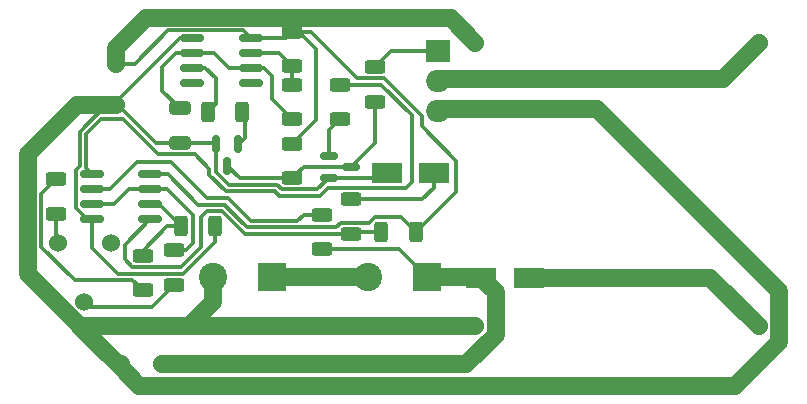
<source format=gbr>
%TF.GenerationSoftware,KiCad,Pcbnew,(6.0.4)*%
%TF.CreationDate,2022-08-11T19:05:10-04:00*%
%TF.ProjectId,flyback_2,666c7962-6163-46b5-9f32-2e6b69636164,rev?*%
%TF.SameCoordinates,Original*%
%TF.FileFunction,Copper,L1,Top*%
%TF.FilePolarity,Positive*%
%FSLAX46Y46*%
G04 Gerber Fmt 4.6, Leading zero omitted, Abs format (unit mm)*
G04 Created by KiCad (PCBNEW (6.0.4)) date 2022-08-11 19:05:10*
%MOMM*%
%LPD*%
G01*
G04 APERTURE LIST*
G04 Aperture macros list*
%AMRoundRect*
0 Rectangle with rounded corners*
0 $1 Rounding radius*
0 $2 $3 $4 $5 $6 $7 $8 $9 X,Y pos of 4 corners*
0 Add a 4 corners polygon primitive as box body*
4,1,4,$2,$3,$4,$5,$6,$7,$8,$9,$2,$3,0*
0 Add four circle primitives for the rounded corners*
1,1,$1+$1,$2,$3*
1,1,$1+$1,$4,$5*
1,1,$1+$1,$6,$7*
1,1,$1+$1,$8,$9*
0 Add four rect primitives between the rounded corners*
20,1,$1+$1,$2,$3,$4,$5,0*
20,1,$1+$1,$4,$5,$6,$7,0*
20,1,$1+$1,$6,$7,$8,$9,0*
20,1,$1+$1,$8,$9,$2,$3,0*%
G04 Aperture macros list end*
%TA.AperFunction,SMDPad,CuDef*%
%ADD10RoundRect,0.150000X-0.825000X-0.150000X0.825000X-0.150000X0.825000X0.150000X-0.825000X0.150000X0*%
%TD*%
%TA.AperFunction,SMDPad,CuDef*%
%ADD11RoundRect,0.250000X-0.625000X0.312500X-0.625000X-0.312500X0.625000X-0.312500X0.625000X0.312500X0*%
%TD*%
%TA.AperFunction,SMDPad,CuDef*%
%ADD12RoundRect,0.150000X-0.587500X-0.150000X0.587500X-0.150000X0.587500X0.150000X-0.587500X0.150000X0*%
%TD*%
%TA.AperFunction,SMDPad,CuDef*%
%ADD13RoundRect,0.250000X0.625000X-0.312500X0.625000X0.312500X-0.625000X0.312500X-0.625000X-0.312500X0*%
%TD*%
%TA.AperFunction,SMDPad,CuDef*%
%ADD14RoundRect,0.250000X-0.312500X-0.625000X0.312500X-0.625000X0.312500X0.625000X-0.312500X0.625000X0*%
%TD*%
%TA.AperFunction,SMDPad,CuDef*%
%ADD15RoundRect,0.150000X-0.150000X0.587500X-0.150000X-0.587500X0.150000X-0.587500X0.150000X0.587500X0*%
%TD*%
%TA.AperFunction,SMDPad,CuDef*%
%ADD16RoundRect,0.250000X0.312500X0.625000X-0.312500X0.625000X-0.312500X-0.625000X0.312500X-0.625000X0*%
%TD*%
%TA.AperFunction,SMDPad,CuDef*%
%ADD17RoundRect,0.250000X-0.650000X0.325000X-0.650000X-0.325000X0.650000X-0.325000X0.650000X0.325000X0*%
%TD*%
%TA.AperFunction,SMDPad,CuDef*%
%ADD18R,2.500000X1.800000*%
%TD*%
%TA.AperFunction,ComponentPad*%
%ADD19C,1.524000*%
%TD*%
%TA.AperFunction,ComponentPad*%
%ADD20R,2.000000X1.905000*%
%TD*%
%TA.AperFunction,ComponentPad*%
%ADD21O,2.000000X1.905000*%
%TD*%
%TA.AperFunction,ComponentPad*%
%ADD22R,2.400000X2.400000*%
%TD*%
%TA.AperFunction,ComponentPad*%
%ADD23C,2.400000*%
%TD*%
%TA.AperFunction,Conductor*%
%ADD24C,0.350000*%
%TD*%
%TA.AperFunction,Conductor*%
%ADD25C,1.500000*%
%TD*%
G04 APERTURE END LIST*
D10*
%TO.P,U1,1,GND*%
%TO.N,GND*%
X93525000Y-88595000D03*
%TO.P,U1,2,TR*%
%TO.N,Net-(C1-Pad1)*%
X93525000Y-89865000D03*
%TO.P,U1,3,Q*%
%TO.N,Net-(R3-Pad1)*%
X93525000Y-91135000D03*
%TO.P,U1,4,R*%
%TO.N,unconnected-(U1-Pad4)*%
X93525000Y-92405000D03*
%TO.P,U1,5,CV*%
%TO.N,unconnected-(U1-Pad5)*%
X98475000Y-92405000D03*
%TO.P,U1,6,THR*%
%TO.N,Net-(C1-Pad1)*%
X98475000Y-91135000D03*
%TO.P,U1,7,DIS*%
%TO.N,Net-(R1-Pad2)*%
X98475000Y-89865000D03*
%TO.P,U1,8,VCC*%
%TO.N,VCC*%
X98475000Y-88595000D03*
%TD*%
D11*
%TO.P,R2,1*%
%TO.N,Net-(R1-Pad2)*%
X102000000Y-92537500D03*
%TO.P,R2,2*%
%TO.N,Net-(C1-Pad1)*%
X102000000Y-95462500D03*
%TD*%
D12*
%TO.P,Q2,1,B*%
%TO.N,Net-(R8-Pad1)*%
X105062500Y-98550000D03*
%TO.P,Q2,2,E*%
%TO.N,GND*%
X105062500Y-100450000D03*
%TO.P,Q2,3,C*%
%TO.N,Net-(Q1-Pad3)*%
X106937500Y-99500000D03*
%TD*%
D11*
%TO.P,R1,1*%
%TO.N,VCC*%
X102000000Y-88037500D03*
%TO.P,R1,2*%
%TO.N,Net-(R1-Pad2)*%
X102000000Y-90962500D03*
%TD*%
D13*
%TO.P,R4,1*%
%TO.N,Net-(Q1-Pad3)*%
X102000000Y-100462500D03*
%TO.P,R4,2*%
%TO.N,VCC*%
X102000000Y-97537500D03*
%TD*%
D14*
%TO.P,R7,1*%
%TO.N,Net-(R7-Pad1)*%
X109537500Y-105000000D03*
%TO.P,R7,2*%
%TO.N,VCC*%
X112462500Y-105000000D03*
%TD*%
D13*
%TO.P,J1,1*%
%TO.N,V_FEEDBACK*%
X104500000Y-106462500D03*
%TO.P,J1,2*%
X104500000Y-103537500D03*
%TD*%
%TO.P,J1,1*%
%TO.N,Net-(Q1-Pad3)*%
X109000000Y-93962500D03*
%TO.P,J1,2*%
X109000000Y-91037500D03*
%TD*%
D15*
%TO.P,Q1,1,B*%
%TO.N,Net-(R3-Pad2)*%
X97435877Y-97538690D03*
%TO.P,Q1,2,E*%
%TO.N,GND*%
X95535877Y-97538690D03*
%TO.P,Q1,3,C*%
%TO.N,Net-(Q1-Pad3)*%
X96485877Y-99413690D03*
%TD*%
D16*
%TO.P,R6,1*%
%TO.N,GND*%
X95462500Y-104500000D03*
%TO.P,R6,2*%
%TO.N,Net-(R5-Pad2)*%
X92537500Y-104500000D03*
%TD*%
D13*
%TO.P,J1,1*%
%TO.N,Net-(R5-Pad2)*%
X89329059Y-109943208D03*
%TO.P,J1,2*%
X89329059Y-107018208D03*
%TD*%
D17*
%TO.P,C1,1*%
%TO.N,Net-(C1-Pad1)*%
X92500000Y-94525000D03*
%TO.P,C1,2*%
%TO.N,GND*%
X92500000Y-97475000D03*
%TD*%
D13*
%TO.P,J1,1*%
%TO.N,Net-(RV1-Pad2)*%
X91949446Y-109462500D03*
%TO.P,J1,2*%
X91949446Y-106537500D03*
%TD*%
D10*
%TO.P,U2,1*%
%TO.N,Net-(U2-Pad1)*%
X85025000Y-100095000D03*
%TO.P,U2,2,-*%
%TO.N,V_FEEDBACK*%
X85025000Y-101365000D03*
%TO.P,U2,3,+*%
%TO.N,Net-(RV1-Pad2)*%
X85025000Y-102635000D03*
%TO.P,U2,4,V-*%
%TO.N,GND*%
X85025000Y-103905000D03*
%TO.P,U2,5,+*%
%TO.N,Net-(R7-Pad1)*%
X89975000Y-103905000D03*
%TO.P,U2,6,-*%
%TO.N,Net-(R5-Pad2)*%
X89975000Y-102635000D03*
%TO.P,U2,7*%
%TO.N,Net-(RV1-Pad2)*%
X89975000Y-101365000D03*
%TO.P,U2,8,V+*%
%TO.N,VCC*%
X89975000Y-100095000D03*
%TD*%
D18*
%TO.P,D2,1,K*%
%TO.N,GND*%
X110000000Y-100000000D03*
%TO.P,D2,2,A*%
%TO.N,Net-(R7-Pad1)*%
X114000000Y-100000000D03*
%TD*%
D13*
%TO.P,R8,1*%
%TO.N,Net-(R8-Pad1)*%
X106000000Y-95462500D03*
%TO.P,R8,2*%
%TO.N,Net-(U2-Pad1)*%
X106000000Y-92537500D03*
%TD*%
D18*
%TO.P,D1,1,K*%
%TO.N,V_FEEDBACK*%
X118011721Y-108883516D03*
%TO.P,D1,2,A*%
%TO.N,Net-(T1-Pad4)*%
X122011721Y-108883516D03*
%TD*%
D13*
%TO.P,J1,1*%
%TO.N,Net-(R7-Pad1)*%
X106985501Y-105167765D03*
%TO.P,J1,2*%
X106985501Y-102242765D03*
%TD*%
D14*
%TO.P,R3,1*%
%TO.N,Net-(R3-Pad1)*%
X94829945Y-94804654D03*
%TO.P,R3,2*%
%TO.N,Net-(R3-Pad2)*%
X97754945Y-94804654D03*
%TD*%
D13*
%TO.P,R5,1*%
%TO.N,Net-(R5-Pad1)*%
X82000000Y-103462500D03*
%TO.P,R5,2*%
%TO.N,Net-(R5-Pad2)*%
X82000000Y-100537500D03*
%TD*%
D19*
%TO.P,RV1,1,1*%
%TO.N,Net-(R5-Pad1)*%
X82121244Y-105908241D03*
%TO.P,RV1,2,2*%
%TO.N,N/C*%
X86621244Y-105908241D03*
%TO.P,RV1,3,3*%
%TO.N,Net-(RV1-Pad2)*%
X84371244Y-110908241D03*
%TD*%
%TO.P,J2,1,Pin_1*%
%TO.N,V_FEEDBACK*%
X90961675Y-116216895D03*
%TO.P,J2,2,Pin_2*%
%TO.N,GND*%
X87461675Y-116216895D03*
%TD*%
D20*
%TO.P,Q3,1,G*%
%TO.N,Net-(Q1-Pad3)*%
X114314468Y-89719597D03*
D21*
%TO.P,Q3,2,D*%
%TO.N,Net-(T1-Pad2)*%
X114314468Y-92259597D03*
%TO.P,Q3,3,S*%
%TO.N,GND*%
X114314468Y-94799597D03*
%TD*%
D19*
%TO.P,T1,1,AA*%
%TO.N,VCC*%
X117500000Y-89000000D03*
%TO.P,T1,2,AB*%
%TO.N,Net-(T1-Pad2)*%
X141500000Y-89000000D03*
%TO.P,T1,3,SA*%
%TO.N,GND*%
X117500000Y-113000000D03*
%TO.P,T1,4,SB*%
%TO.N,Net-(T1-Pad4)*%
X141500000Y-113000000D03*
%TD*%
%TO.P,J1,1,Pin_1*%
%TO.N,VCC*%
X87080000Y-90750000D03*
%TO.P,J1,2,Pin_2*%
%TO.N,GND*%
X87080000Y-94250000D03*
%TD*%
D22*
%TO.P,C2,1*%
%TO.N,Net-(C2-Pad1)*%
X100290109Y-108824725D03*
D23*
%TO.P,C2,2*%
%TO.N,GND*%
X95290109Y-108824725D03*
%TD*%
D22*
%TO.P,C3,1*%
%TO.N,V_FEEDBACK*%
X113370387Y-108835714D03*
D23*
%TO.P,C3,2*%
%TO.N,Net-(C2-Pad1)*%
X108370387Y-108835714D03*
%TD*%
D24*
%TO.N,Net-(C1-Pad1)*%
X92135000Y-89865000D02*
X93525000Y-89865000D01*
X92500000Y-94525000D02*
X91000000Y-93025000D01*
X93525000Y-89865000D02*
X95365000Y-89865000D01*
X91000000Y-93025000D02*
X91000000Y-91000000D01*
X100283734Y-91783734D02*
X99635000Y-91135000D01*
X100283734Y-93746234D02*
X100283734Y-91783734D01*
X91000000Y-91000000D02*
X92135000Y-89865000D01*
X99635000Y-91135000D02*
X98475000Y-91135000D01*
X96635000Y-91135000D02*
X98475000Y-91135000D01*
X102000000Y-95462500D02*
X100283734Y-93746234D01*
X95365000Y-89865000D02*
X96635000Y-91135000D01*
D25*
%TO.N,GND*%
X87461675Y-116420443D02*
X87461675Y-116216895D01*
X84042560Y-113000000D02*
X84042560Y-113022902D01*
X89000000Y-113000000D02*
X84042560Y-113000000D01*
X139500000Y-118000000D02*
X89041232Y-118000000D01*
D24*
X95535877Y-97538690D02*
X95472187Y-97475000D01*
D25*
X114534065Y-94580000D02*
X127830000Y-94580000D01*
X143211511Y-114288489D02*
X139500000Y-118000000D01*
D24*
X95462500Y-104500000D02*
X95462500Y-105814625D01*
X101116316Y-101399520D02*
X100728816Y-101012020D01*
D25*
X89041232Y-118000000D02*
X87461675Y-116420443D01*
D24*
X109550000Y-100450000D02*
X105062500Y-100450000D01*
X100728816Y-101012020D02*
X96604924Y-101012020D01*
X84578217Y-103905000D02*
X83675480Y-103002263D01*
D25*
X83750000Y-94250000D02*
X87080000Y-94250000D01*
X87236553Y-116216895D02*
X87461675Y-116216895D01*
D24*
X110000000Y-100000000D02*
X109550000Y-100450000D01*
D25*
X93232233Y-113000000D02*
X95290109Y-110942124D01*
D24*
X104112980Y-101399520D02*
X101116316Y-101399520D01*
D25*
X92000000Y-113000000D02*
X89000000Y-113000000D01*
X143211511Y-109961511D02*
X143211511Y-114288489D01*
D24*
X83675480Y-103002263D02*
X83675480Y-99727737D01*
X84000000Y-96500000D02*
X86250000Y-94250000D01*
X87080000Y-94250000D02*
X87250000Y-94250000D01*
D25*
X79625960Y-98374040D02*
X83750000Y-94250000D01*
D24*
X83675480Y-99727737D02*
X84000000Y-99403217D01*
X93525000Y-88595000D02*
X92491608Y-88595000D01*
X95535877Y-99942973D02*
X95535877Y-97538690D01*
D25*
X92000000Y-113000000D02*
X93232233Y-113000000D01*
X117500000Y-113000000D02*
X92000000Y-113000000D01*
D24*
X92491608Y-88595000D02*
X87080000Y-94006608D01*
D25*
X127830000Y-94580000D02*
X143211511Y-109961511D01*
D24*
X87080000Y-94006608D02*
X87080000Y-94250000D01*
D25*
X84042560Y-113000000D02*
X79625960Y-108583400D01*
D24*
X85025000Y-103905000D02*
X84578217Y-103905000D01*
X92751645Y-108525480D02*
X87230486Y-108525480D01*
D25*
X114314468Y-94799597D02*
X114534065Y-94580000D01*
D24*
X105062500Y-100450000D02*
X104112980Y-101399520D01*
X85025000Y-106319994D02*
X85025000Y-103905000D01*
X87230486Y-108525480D02*
X85025000Y-106319994D01*
X95462500Y-105814625D02*
X92751645Y-108525480D01*
X86250000Y-94250000D02*
X87080000Y-94250000D01*
X90475000Y-97475000D02*
X92500000Y-97475000D01*
X87250000Y-94250000D02*
X90475000Y-97475000D01*
D25*
X95290109Y-110942124D02*
X95290109Y-108824725D01*
X79625960Y-108583400D02*
X79625960Y-98374040D01*
X84042560Y-113022902D02*
X87236553Y-116216895D01*
D24*
X96604924Y-101012020D02*
X95535877Y-99942973D01*
X95472187Y-97475000D02*
X92500000Y-97475000D01*
X84000000Y-99403217D02*
X84000000Y-96500000D01*
D25*
%TO.N,Net-(C2-Pad1)*%
X100290109Y-108824725D02*
X108359398Y-108824725D01*
X108359398Y-108824725D02*
X108370387Y-108835714D01*
D24*
%TO.N,V_FEEDBACK*%
X88882783Y-99069230D02*
X91734827Y-99069230D01*
D25*
X119211511Y-110083306D02*
X118011721Y-108883516D01*
D24*
X86587013Y-101365000D02*
X88882783Y-99069230D01*
D25*
X117963919Y-108835714D02*
X118011721Y-108883516D01*
D24*
X85025000Y-101365000D02*
X86587013Y-101365000D01*
X102962500Y-103537500D02*
X104500000Y-103537500D01*
X94790842Y-102125245D02*
X96540181Y-102125245D01*
X113370387Y-108835714D02*
X110997173Y-106462500D01*
D25*
X119211511Y-113708932D02*
X119211511Y-110083306D01*
X113370387Y-108835714D02*
X117963919Y-108835714D01*
D24*
X96540181Y-102125245D02*
X98483661Y-104068725D01*
D25*
X90961675Y-116216895D02*
X116703548Y-116216895D01*
D24*
X110997173Y-106462500D02*
X104500000Y-106462500D01*
X91734827Y-99069230D02*
X94790842Y-102125245D01*
D25*
X116703548Y-116216895D02*
X119211511Y-113708932D01*
D24*
X98483661Y-104068725D02*
X102431275Y-104068725D01*
X102431275Y-104068725D02*
X102962500Y-103537500D01*
D25*
%TO.N,Net-(T1-Pad4)*%
X122011721Y-108883516D02*
X137383516Y-108883516D01*
X137383516Y-108883516D02*
X141500000Y-113000000D01*
D24*
%TO.N,Net-(R3-Pad2)*%
X97950000Y-94999709D02*
X97754945Y-94804654D01*
X97435877Y-97538690D02*
X97950000Y-97024567D01*
X97950000Y-97024567D02*
X97950000Y-94999709D01*
%TO.N,VCC*%
X94036303Y-102674765D02*
X96242783Y-102674765D01*
X105735981Y-104596581D02*
X106101817Y-104230745D01*
D25*
X117500000Y-89000000D02*
X115403174Y-86903174D01*
D24*
X108486051Y-104230745D02*
X108966316Y-103750480D01*
X104000000Y-95537500D02*
X104000000Y-89500000D01*
X96312563Y-102674765D02*
X98186263Y-104548465D01*
X87080000Y-90750000D02*
X88675000Y-90750000D01*
X102000000Y-97537500D02*
X104000000Y-95537500D01*
X96242783Y-102674765D02*
X98186263Y-104618245D01*
X98186263Y-104548465D02*
X98186263Y-104618245D01*
D25*
X87080000Y-89420000D02*
X87080000Y-90750000D01*
D24*
X109765119Y-91987981D02*
X112939948Y-95162810D01*
X104000000Y-89500000D02*
X102537500Y-88037500D01*
X101442500Y-88595000D02*
X98475000Y-88595000D01*
X102000000Y-88037500D02*
X101442500Y-88595000D01*
X105735981Y-104618245D02*
X105735981Y-104596581D01*
X111212980Y-103750480D02*
X112462500Y-105000000D01*
X89975000Y-100095000D02*
X91456538Y-100095000D01*
X88675000Y-90750000D02*
X91504520Y-87920480D01*
X98186263Y-104618245D02*
X105735981Y-104618245D01*
X91456538Y-100095000D02*
X94036303Y-102674765D01*
X112939948Y-95162810D02*
X112939948Y-96064680D01*
X103537500Y-88037500D02*
X107487980Y-91987980D01*
D25*
X115403174Y-86903174D02*
X89596826Y-86903174D01*
D24*
X102000000Y-88037500D02*
X103537500Y-88037500D01*
X108966316Y-103750480D02*
X111212980Y-103750480D01*
X115882838Y-99007570D02*
X115882838Y-101579662D01*
X91504520Y-87920480D02*
X97800480Y-87920480D01*
X102537500Y-88037500D02*
X102000000Y-88037500D01*
X112939948Y-96064680D02*
X115882838Y-99007570D01*
X107487980Y-91987980D02*
X109765119Y-91987981D01*
X98186263Y-104618245D02*
X96312563Y-102674765D01*
X97800480Y-87920480D02*
X98475000Y-88595000D01*
X106101817Y-104230745D02*
X108486051Y-104230745D01*
D25*
X89596826Y-86903174D02*
X87080000Y-89420000D01*
D24*
X115882838Y-101579662D02*
X112462500Y-105000000D01*
%TO.N,Net-(R1-Pad2)*%
X102000000Y-90962500D02*
X100902500Y-89865000D01*
X102000000Y-92537500D02*
X102000000Y-90962500D01*
X100902500Y-89865000D02*
X98475000Y-89865000D01*
%TO.N,Net-(R3-Pad1)*%
X95500000Y-92000000D02*
X95500000Y-94134599D01*
X93525000Y-91135000D02*
X94635000Y-91135000D01*
X95500000Y-94134599D02*
X94829945Y-94804654D01*
X94635000Y-91135000D02*
X95500000Y-92000000D01*
%TO.N,Net-(R5-Pad1)*%
X82000000Y-103462500D02*
X82000000Y-105786997D01*
X82000000Y-105786997D02*
X82121244Y-105908241D01*
%TO.N,Net-(R8-Pad1)*%
X105062500Y-96400000D02*
X106000000Y-95462500D01*
X105062500Y-98550000D02*
X105062500Y-96400000D01*
%TO.N,Net-(Q1-Pad3)*%
X109000000Y-93962500D02*
X109000000Y-97437500D01*
X102962500Y-99500000D02*
X102000000Y-100462500D01*
X109000000Y-97437500D02*
X106937500Y-99500000D01*
X97534687Y-100462500D02*
X96485877Y-99413690D01*
X102000000Y-100462500D02*
X97534687Y-100462500D01*
X106937500Y-99500000D02*
X102962500Y-99500000D01*
X110317903Y-89719597D02*
X109000000Y-91037500D01*
X114314468Y-89719597D02*
X110317903Y-89719597D01*
D25*
%TO.N,Net-(T1-Pad2)*%
X138460000Y-92040000D02*
X114534065Y-92040000D01*
X114534065Y-92040000D02*
X114314468Y-92259597D01*
X141500000Y-89000000D02*
X138460000Y-92040000D01*
D24*
%TO.N,Net-(R5-Pad2)*%
X88460851Y-109075000D02*
X89329059Y-109943208D01*
X91426251Y-104500000D02*
X92537500Y-104500000D01*
X90672500Y-102635000D02*
X89975000Y-102635000D01*
X80750480Y-101787020D02*
X80750480Y-106250480D01*
X82000000Y-100537500D02*
X80750480Y-101787020D01*
X83575000Y-109075000D02*
X88460851Y-109075000D01*
X89329059Y-106597192D02*
X91426251Y-104500000D01*
X80750480Y-106250480D02*
X83575000Y-109075000D01*
X89329059Y-107018208D02*
X89329059Y-106597192D01*
X92537500Y-104500000D02*
X90672500Y-102635000D01*
%TO.N,Net-(U2-Pad1)*%
X84549520Y-96727618D02*
X85802332Y-95474806D01*
X85025000Y-100095000D02*
X84549520Y-99619520D01*
X109537500Y-92537500D02*
X106000000Y-92537500D01*
X100888698Y-101949040D02*
X104340598Y-101949040D01*
X93715912Y-98424520D02*
X94950480Y-99659088D01*
X94950480Y-99659088D02*
X94950480Y-100134714D01*
X96377306Y-101561540D02*
X100501198Y-101561540D01*
X90647382Y-98424520D02*
X93715912Y-98424520D01*
X112105128Y-95105128D02*
X109537500Y-92537500D01*
X105015127Y-101274511D02*
X111624511Y-101274511D01*
X84549520Y-99619520D02*
X84549520Y-96727618D01*
X104340598Y-101949040D02*
X105015127Y-101274511D01*
X87697668Y-95474806D02*
X90647382Y-98424520D01*
X85802332Y-95474806D02*
X87697668Y-95474806D01*
X85025000Y-100095000D02*
X85405000Y-100095000D01*
X94950480Y-100134714D02*
X96377306Y-101561540D01*
X112105128Y-100793894D02*
X112105128Y-95105128D01*
X100501198Y-101561540D02*
X100888698Y-101949040D01*
X111624511Y-101274511D02*
X112105128Y-100793894D01*
%TO.N,Net-(RV1-Pad2)*%
X86865000Y-102635000D02*
X88135000Y-101365000D01*
X93600610Y-105899390D02*
X92962500Y-106537500D01*
X89975000Y-101365000D02*
X91365000Y-101365000D01*
X93600610Y-103600610D02*
X93600610Y-105899390D01*
X84371244Y-110908241D02*
X84776922Y-111313919D01*
X92962500Y-106537500D02*
X91949446Y-106537500D01*
X88135000Y-101365000D02*
X89975000Y-101365000D01*
X85025000Y-102635000D02*
X86865000Y-102635000D01*
X90098027Y-111313919D02*
X91949446Y-109462500D01*
X91365000Y-101365000D02*
X93600610Y-103600610D01*
X84776922Y-111313919D02*
X90098027Y-111313919D01*
%TO.N,Net-(R7-Pad1)*%
X94250000Y-106250000D02*
X94250000Y-103750000D01*
X97950969Y-105167765D02*
X106985501Y-105167765D01*
X92544772Y-107955228D02*
X94250000Y-106250000D01*
X112996021Y-102242765D02*
X114000000Y-101238786D01*
X89975000Y-103905000D02*
X87800135Y-106079865D01*
X94775715Y-103224285D02*
X96007489Y-103224285D01*
X106985501Y-102242765D02*
X112996021Y-102242765D01*
X87800135Y-106079865D02*
X87800135Y-107309988D01*
X109537500Y-105000000D02*
X107153266Y-105000000D01*
X107153266Y-105000000D02*
X106985501Y-105167765D01*
X88445375Y-107955228D02*
X92544772Y-107955228D01*
X87800135Y-107309988D02*
X88445375Y-107955228D01*
X94250000Y-103750000D02*
X94775715Y-103224285D01*
X96007489Y-103224285D02*
X97950969Y-105167765D01*
X114000000Y-101238786D02*
X114000000Y-100000000D01*
%TD*%
M02*

</source>
